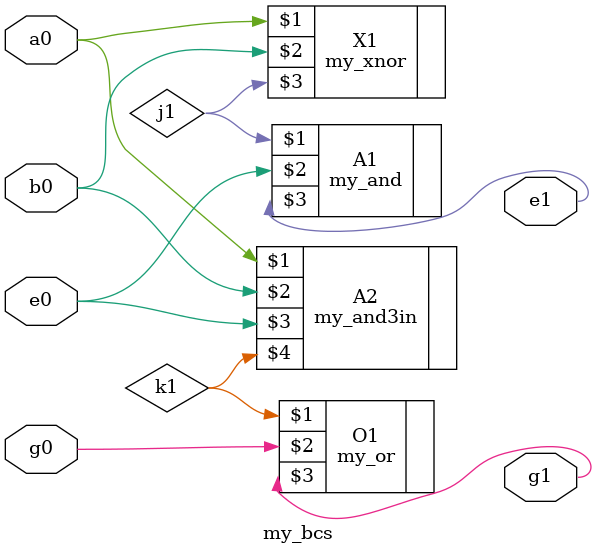
<source format=v>
`timescale 1ns/1ns
module my_bcs(input a0,b0,e0,g0, output e1,g1);
	wire j1,k1;

	my_xnor X1(a0, b0, j1);
	my_and A1(j1, e0, e1);
	my_and3in A2(a0, b0, e0, k1);
	my_or O1(k1, g0, g1);

endmodule

</source>
